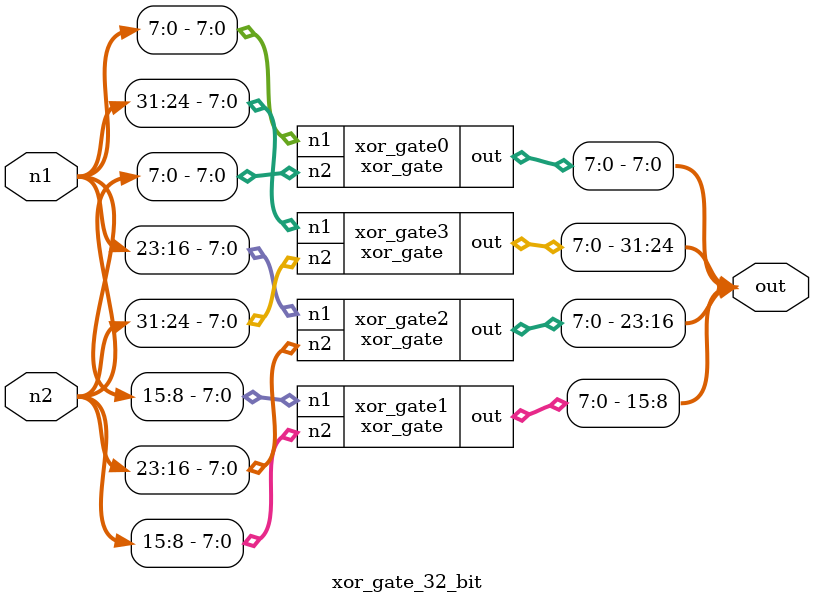
<source format=v>
module xor_gate (
    input [7:0] n1,
    input [7:0] n2,
    output [7:0] out
);
    xor xor0 (out[0],n1[0], n2[0]);
    xor xor1 (out[1],n1[1], n2[1]);
    xor xor2 (out[2],n1[2], n2[2]);
    xor xor3 (out[3],n1[3], n2[3]);
    xor xor4 (out[4],n1[4], n2[4]);
    xor xor5 (out[5],n1[5], n2[5]);
    xor xor6 (out[6],n1[6], n2[6]);
    xor xor7 (out[7],n1[7], n2[7]);


endmodule




module xor_gate_32_bit (
    input [31:0] n1,
    input [31:0] n2,
    output [31:0] out
);

    xor_gate xor_gate0 (.n1(n1[7:0]),.n2(n2[7:0]),.out(out[7:0]));
    xor_gate xor_gate1 (.n1(n1[15:8]),.n2(n2[15:8]),.out(out[15:8]));
    xor_gate xor_gate2 (.n1(n1[23:16]),.n2(n2[23:16]),.out(out[23:16]));
    xor_gate xor_gate3 (.n1(n1[31:24]),.n2(n2[31:24]),.out(out[31:24]));
    
endmodule

</source>
